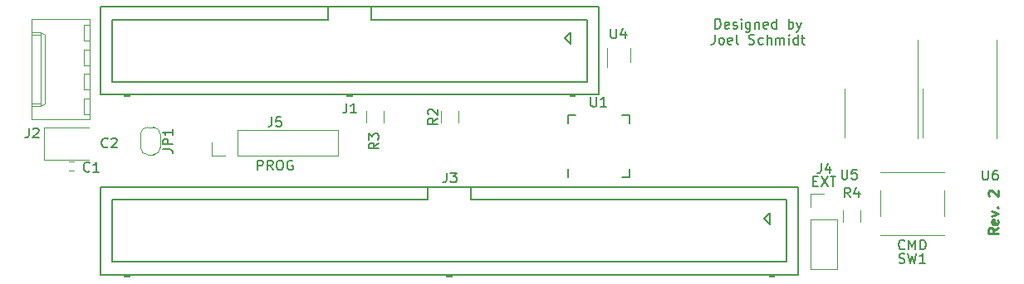
<source format=gbr>
G04 #@! TF.GenerationSoftware,KiCad,Pcbnew,(5.99.0-576-ga860ac506)*
G04 #@! TF.CreationDate,2021-04-05T12:44:30+02:00*
G04 #@! TF.ProjectId,50 pin to 34 pin Floppy Adapter,35302070-696e-4207-946f-203334207069,rev?*
G04 #@! TF.SameCoordinates,Original*
G04 #@! TF.FileFunction,Legend,Top*
G04 #@! TF.FilePolarity,Positive*
%FSLAX46Y46*%
G04 Gerber Fmt 4.6, Leading zero omitted, Abs format (unit mm)*
G04 Created by KiCad (PCBNEW (5.99.0-576-ga860ac506)) date 2021-04-05 12:44:30*
%MOMM*%
%LPD*%
G04 APERTURE LIST*
%ADD10C,0.250000*%
%ADD11C,0.150000*%
%ADD12C,0.120000*%
G04 APERTURE END LIST*
D10*
X119451380Y-43124238D02*
X118975190Y-43457571D01*
X119451380Y-43695666D02*
X118451380Y-43695666D01*
X118451380Y-43314714D01*
X118499000Y-43219476D01*
X118546619Y-43171857D01*
X118641857Y-43124238D01*
X118784714Y-43124238D01*
X118879952Y-43171857D01*
X118927571Y-43219476D01*
X118975190Y-43314714D01*
X118975190Y-43695666D01*
X119403761Y-42314714D02*
X119451380Y-42409952D01*
X119451380Y-42600428D01*
X119403761Y-42695666D01*
X119308523Y-42743285D01*
X118927571Y-42743285D01*
X118832333Y-42695666D01*
X118784714Y-42600428D01*
X118784714Y-42409952D01*
X118832333Y-42314714D01*
X118927571Y-42267095D01*
X119022809Y-42267095D01*
X119118047Y-42743285D01*
X118784714Y-41933761D02*
X119451380Y-41695666D01*
X118784714Y-41457571D01*
X119356142Y-41076619D02*
X119403761Y-41029000D01*
X119451380Y-41076619D01*
X119403761Y-41124238D01*
X119356142Y-41076619D01*
X119451380Y-41076619D01*
X118546619Y-39886142D02*
X118499000Y-39838523D01*
X118451380Y-39743285D01*
X118451380Y-39505190D01*
X118499000Y-39409952D01*
X118546619Y-39362333D01*
X118641857Y-39314714D01*
X118737095Y-39314714D01*
X118879952Y-39362333D01*
X119451380Y-39933761D01*
X119451380Y-39314714D01*
D11*
X90599166Y-22761380D02*
X90599166Y-21761380D01*
X90837261Y-21761380D01*
X90980119Y-21809000D01*
X91075357Y-21904238D01*
X91122976Y-21999476D01*
X91170595Y-22189952D01*
X91170595Y-22332809D01*
X91122976Y-22523285D01*
X91075357Y-22618523D01*
X90980119Y-22713761D01*
X90837261Y-22761380D01*
X90599166Y-22761380D01*
X91980119Y-22713761D02*
X91884880Y-22761380D01*
X91694404Y-22761380D01*
X91599166Y-22713761D01*
X91551547Y-22618523D01*
X91551547Y-22237571D01*
X91599166Y-22142333D01*
X91694404Y-22094714D01*
X91884880Y-22094714D01*
X91980119Y-22142333D01*
X92027738Y-22237571D01*
X92027738Y-22332809D01*
X91551547Y-22428047D01*
X92408690Y-22713761D02*
X92503928Y-22761380D01*
X92694404Y-22761380D01*
X92789642Y-22713761D01*
X92837261Y-22618523D01*
X92837261Y-22570904D01*
X92789642Y-22475666D01*
X92694404Y-22428047D01*
X92551547Y-22428047D01*
X92456309Y-22380428D01*
X92408690Y-22285190D01*
X92408690Y-22237571D01*
X92456309Y-22142333D01*
X92551547Y-22094714D01*
X92694404Y-22094714D01*
X92789642Y-22142333D01*
X93265833Y-22761380D02*
X93265833Y-22094714D01*
X93265833Y-21761380D02*
X93218214Y-21809000D01*
X93265833Y-21856619D01*
X93313452Y-21809000D01*
X93265833Y-21761380D01*
X93265833Y-21856619D01*
X94170595Y-22094714D02*
X94170595Y-22904238D01*
X94122976Y-22999476D01*
X94075357Y-23047095D01*
X93980119Y-23094714D01*
X93837261Y-23094714D01*
X93742023Y-23047095D01*
X94170595Y-22713761D02*
X94075357Y-22761380D01*
X93884880Y-22761380D01*
X93789642Y-22713761D01*
X93742023Y-22666142D01*
X93694404Y-22570904D01*
X93694404Y-22285190D01*
X93742023Y-22189952D01*
X93789642Y-22142333D01*
X93884880Y-22094714D01*
X94075357Y-22094714D01*
X94170595Y-22142333D01*
X94646785Y-22094714D02*
X94646785Y-22761380D01*
X94646785Y-22189952D02*
X94694404Y-22142333D01*
X94789642Y-22094714D01*
X94932500Y-22094714D01*
X95027738Y-22142333D01*
X95075357Y-22237571D01*
X95075357Y-22761380D01*
X95932500Y-22713761D02*
X95837261Y-22761380D01*
X95646785Y-22761380D01*
X95551547Y-22713761D01*
X95503928Y-22618523D01*
X95503928Y-22237571D01*
X95551547Y-22142333D01*
X95646785Y-22094714D01*
X95837261Y-22094714D01*
X95932500Y-22142333D01*
X95980119Y-22237571D01*
X95980119Y-22332809D01*
X95503928Y-22428047D01*
X96837261Y-22761380D02*
X96837261Y-21761380D01*
X96837261Y-22713761D02*
X96742023Y-22761380D01*
X96551547Y-22761380D01*
X96456309Y-22713761D01*
X96408690Y-22666142D01*
X96361071Y-22570904D01*
X96361071Y-22285190D01*
X96408690Y-22189952D01*
X96456309Y-22142333D01*
X96551547Y-22094714D01*
X96742023Y-22094714D01*
X96837261Y-22142333D01*
X98075357Y-22761380D02*
X98075357Y-21761380D01*
X98075357Y-22142333D02*
X98170595Y-22094714D01*
X98361071Y-22094714D01*
X98456309Y-22142333D01*
X98503928Y-22189952D01*
X98551547Y-22285190D01*
X98551547Y-22570904D01*
X98503928Y-22666142D01*
X98456309Y-22713761D01*
X98361071Y-22761380D01*
X98170595Y-22761380D01*
X98075357Y-22713761D01*
X98884880Y-22094714D02*
X99122976Y-22761380D01*
X99361071Y-22094714D02*
X99122976Y-22761380D01*
X99027738Y-22999476D01*
X98980119Y-23047095D01*
X98884880Y-23094714D01*
X90551547Y-23371380D02*
X90551547Y-24085666D01*
X90503928Y-24228523D01*
X90408690Y-24323761D01*
X90265833Y-24371380D01*
X90170595Y-24371380D01*
X91170595Y-24371380D02*
X91075357Y-24323761D01*
X91027738Y-24276142D01*
X90980119Y-24180904D01*
X90980119Y-23895190D01*
X91027738Y-23799952D01*
X91075357Y-23752333D01*
X91170595Y-23704714D01*
X91313452Y-23704714D01*
X91408690Y-23752333D01*
X91456309Y-23799952D01*
X91503928Y-23895190D01*
X91503928Y-24180904D01*
X91456309Y-24276142D01*
X91408690Y-24323761D01*
X91313452Y-24371380D01*
X91170595Y-24371380D01*
X92313452Y-24323761D02*
X92218214Y-24371380D01*
X92027738Y-24371380D01*
X91932500Y-24323761D01*
X91884880Y-24228523D01*
X91884880Y-23847571D01*
X91932500Y-23752333D01*
X92027738Y-23704714D01*
X92218214Y-23704714D01*
X92313452Y-23752333D01*
X92361071Y-23847571D01*
X92361071Y-23942809D01*
X91884880Y-24038047D01*
X92932500Y-24371380D02*
X92837261Y-24323761D01*
X92789642Y-24228523D01*
X92789642Y-23371380D01*
X94027738Y-24323761D02*
X94170595Y-24371380D01*
X94408690Y-24371380D01*
X94503928Y-24323761D01*
X94551547Y-24276142D01*
X94599166Y-24180904D01*
X94599166Y-24085666D01*
X94551547Y-23990428D01*
X94503928Y-23942809D01*
X94408690Y-23895190D01*
X94218214Y-23847571D01*
X94122976Y-23799952D01*
X94075357Y-23752333D01*
X94027738Y-23657095D01*
X94027738Y-23561857D01*
X94075357Y-23466619D01*
X94122976Y-23419000D01*
X94218214Y-23371380D01*
X94456309Y-23371380D01*
X94599166Y-23419000D01*
X95456309Y-24323761D02*
X95361071Y-24371380D01*
X95170595Y-24371380D01*
X95075357Y-24323761D01*
X95027738Y-24276142D01*
X94980119Y-24180904D01*
X94980119Y-23895190D01*
X95027738Y-23799952D01*
X95075357Y-23752333D01*
X95170595Y-23704714D01*
X95361071Y-23704714D01*
X95456309Y-23752333D01*
X95884880Y-24371380D02*
X95884880Y-23371380D01*
X96313452Y-24371380D02*
X96313452Y-23847571D01*
X96265833Y-23752333D01*
X96170595Y-23704714D01*
X96027738Y-23704714D01*
X95932500Y-23752333D01*
X95884880Y-23799952D01*
X96789642Y-24371380D02*
X96789642Y-23704714D01*
X96789642Y-23799952D02*
X96837261Y-23752333D01*
X96932500Y-23704714D01*
X97075357Y-23704714D01*
X97170595Y-23752333D01*
X97218214Y-23847571D01*
X97218214Y-24371380D01*
X97218214Y-23847571D02*
X97265833Y-23752333D01*
X97361071Y-23704714D01*
X97503928Y-23704714D01*
X97599166Y-23752333D01*
X97646785Y-23847571D01*
X97646785Y-24371380D01*
X98122976Y-24371380D02*
X98122976Y-23704714D01*
X98122976Y-23371380D02*
X98075357Y-23419000D01*
X98122976Y-23466619D01*
X98170595Y-23419000D01*
X98122976Y-23371380D01*
X98122976Y-23466619D01*
X99027738Y-24371380D02*
X99027738Y-23371380D01*
X99027738Y-24323761D02*
X98932500Y-24371380D01*
X98742023Y-24371380D01*
X98646785Y-24323761D01*
X98599166Y-24276142D01*
X98551547Y-24180904D01*
X98551547Y-23895190D01*
X98599166Y-23799952D01*
X98646785Y-23752333D01*
X98742023Y-23704714D01*
X98932500Y-23704714D01*
X99027738Y-23752333D01*
X99361071Y-23704714D02*
X99742023Y-23704714D01*
X99503928Y-23371380D02*
X99503928Y-24228523D01*
X99551547Y-24323761D01*
X99646785Y-24371380D01*
X99742023Y-24371380D01*
X43934285Y-37218880D02*
X43934285Y-36218880D01*
X44315238Y-36218880D01*
X44410476Y-36266500D01*
X44458095Y-36314119D01*
X44505714Y-36409357D01*
X44505714Y-36552214D01*
X44458095Y-36647452D01*
X44410476Y-36695071D01*
X44315238Y-36742690D01*
X43934285Y-36742690D01*
X45505714Y-37218880D02*
X45172380Y-36742690D01*
X44934285Y-37218880D02*
X44934285Y-36218880D01*
X45315238Y-36218880D01*
X45410476Y-36266500D01*
X45458095Y-36314119D01*
X45505714Y-36409357D01*
X45505714Y-36552214D01*
X45458095Y-36647452D01*
X45410476Y-36695071D01*
X45315238Y-36742690D01*
X44934285Y-36742690D01*
X46124761Y-36218880D02*
X46315238Y-36218880D01*
X46410476Y-36266500D01*
X46505714Y-36361738D01*
X46553333Y-36552214D01*
X46553333Y-36885547D01*
X46505714Y-37076023D01*
X46410476Y-37171261D01*
X46315238Y-37218880D01*
X46124761Y-37218880D01*
X46029523Y-37171261D01*
X45934285Y-37076023D01*
X45886666Y-36885547D01*
X45886666Y-36552214D01*
X45934285Y-36361738D01*
X46029523Y-36266500D01*
X46124761Y-36218880D01*
X47505714Y-36266500D02*
X47410476Y-36218880D01*
X47267619Y-36218880D01*
X47124761Y-36266500D01*
X47029523Y-36361738D01*
X46981904Y-36456976D01*
X46934285Y-36647452D01*
X46934285Y-36790309D01*
X46981904Y-36980785D01*
X47029523Y-37076023D01*
X47124761Y-37171261D01*
X47267619Y-37218880D01*
X47362857Y-37218880D01*
X47505714Y-37171261D01*
X47553333Y-37123642D01*
X47553333Y-36790309D01*
X47362857Y-36790309D01*
X100592071Y-38346071D02*
X100925404Y-38346071D01*
X101068261Y-38869880D02*
X100592071Y-38869880D01*
X100592071Y-37869880D01*
X101068261Y-37869880D01*
X101401595Y-37869880D02*
X102068261Y-38869880D01*
X102068261Y-37869880D02*
X101401595Y-38869880D01*
X102306357Y-37869880D02*
X102877785Y-37869880D01*
X102592071Y-38869880D02*
X102592071Y-37869880D01*
X109918595Y-45251642D02*
X109870976Y-45299261D01*
X109728119Y-45346880D01*
X109632880Y-45346880D01*
X109490023Y-45299261D01*
X109394785Y-45204023D01*
X109347166Y-45108785D01*
X109299547Y-44918309D01*
X109299547Y-44775452D01*
X109347166Y-44584976D01*
X109394785Y-44489738D01*
X109490023Y-44394500D01*
X109632880Y-44346880D01*
X109728119Y-44346880D01*
X109870976Y-44394500D01*
X109918595Y-44442119D01*
X110347166Y-45346880D02*
X110347166Y-44346880D01*
X110680500Y-45061166D01*
X111013833Y-44346880D01*
X111013833Y-45346880D01*
X111490023Y-45346880D02*
X111490023Y-44346880D01*
X111728119Y-44346880D01*
X111870976Y-44394500D01*
X111966214Y-44489738D01*
X112013833Y-44584976D01*
X112061452Y-44775452D01*
X112061452Y-44918309D01*
X112013833Y-45108785D01*
X111966214Y-45204023D01*
X111870976Y-45299261D01*
X111728119Y-45346880D01*
X111490023Y-45346880D01*
D12*
X26236000Y-31480500D02*
X26856000Y-31480500D01*
X26236000Y-29880500D02*
X26236000Y-31480500D01*
X26856000Y-29880500D02*
X26236000Y-29880500D01*
X26236000Y-28980500D02*
X26856000Y-28980500D01*
X26236000Y-27380500D02*
X26236000Y-28980500D01*
X26856000Y-27380500D02*
X26236000Y-27380500D01*
X26236000Y-26480500D02*
X26856000Y-26480500D01*
X26236000Y-24880500D02*
X26236000Y-26480500D01*
X26856000Y-24880500D02*
X26236000Y-24880500D01*
X26236000Y-23980500D02*
X26856000Y-23980500D01*
X26236000Y-22380500D02*
X26236000Y-23980500D01*
X26856000Y-22380500D02*
X26236000Y-22380500D01*
X20856000Y-30420500D02*
X21856000Y-30420500D01*
X20856000Y-23420500D02*
X21856000Y-23420500D01*
X22286000Y-30420500D02*
X21856000Y-30670500D01*
X22286000Y-23420500D02*
X22286000Y-30420500D01*
X21856000Y-23170500D02*
X22286000Y-23420500D01*
X21856000Y-30670500D02*
X20856000Y-30670500D01*
X21856000Y-23170500D02*
X21856000Y-30670500D01*
X20856000Y-23170500D02*
X21856000Y-23170500D01*
X20856000Y-21800500D02*
X20856000Y-32040500D01*
X26856000Y-21800500D02*
X20856000Y-21800500D01*
X26856000Y-32040500D02*
X26856000Y-21800500D01*
X20856000Y-32040500D02*
X26856000Y-32040500D01*
X34020000Y-33541500D02*
X34020000Y-34941500D01*
X33320000Y-35641500D02*
X32720000Y-35641500D01*
X32020000Y-34941500D02*
X32020000Y-33541500D01*
X32720000Y-32841500D02*
X33320000Y-32841500D01*
X33320000Y-32841500D02*
G75*
G02*
X34020000Y-33541500I0J-700000D01*
G01*
X32020000Y-33541500D02*
G75*
G02*
X32720000Y-32841500I700000J0D01*
G01*
X32720000Y-35641500D02*
G75*
G02*
X32020000Y-34941500I0J700000D01*
G01*
X34020000Y-34941500D02*
G75*
G02*
X33320000Y-35641500I-700000J0D01*
G01*
X64380000Y-31152500D02*
X64380000Y-32352500D01*
X62620000Y-32352500D02*
X62620000Y-31152500D01*
X79612000Y-24763500D02*
X79612000Y-26663500D01*
X81932000Y-26163500D02*
X81932000Y-24763500D01*
D11*
X95580000Y-42164000D02*
X96180000Y-41564000D01*
X96180000Y-42764000D02*
X95580000Y-42164000D01*
X96180000Y-41564000D02*
X96180000Y-42764000D01*
X96630000Y-48004000D02*
X96130000Y-48004000D01*
X96130000Y-48104000D02*
X96130000Y-47904000D01*
X96630000Y-48104000D02*
X96130000Y-48104000D01*
X96630000Y-47904000D02*
X96630000Y-48104000D01*
X30870000Y-48004000D02*
X30370000Y-48004000D01*
X30370000Y-48104000D02*
X30370000Y-47904000D01*
X30870000Y-48104000D02*
X30370000Y-48104000D01*
X30870000Y-47904000D02*
X30870000Y-48104000D01*
X63750000Y-48004000D02*
X63250000Y-48004000D01*
X63250000Y-48104000D02*
X63250000Y-47904000D01*
X63750000Y-48104000D02*
X63250000Y-48104000D01*
X63750000Y-47904000D02*
X63750000Y-48104000D01*
X61275000Y-40264000D02*
X61275000Y-38964000D01*
X29150000Y-40264000D02*
X61275000Y-40264000D01*
X29150000Y-46604000D02*
X29150000Y-40264000D01*
X97850000Y-46604000D02*
X29150000Y-46604000D01*
X97850000Y-40264000D02*
X97850000Y-46604000D01*
X65725000Y-40264000D02*
X97850000Y-40264000D01*
X65725000Y-38964000D02*
X65725000Y-40264000D01*
X27950000Y-38964000D02*
X99050000Y-38964000D01*
X27950000Y-47904000D02*
X27950000Y-38964000D01*
X99050000Y-47904000D02*
X27950000Y-47904000D01*
X99050000Y-38964000D02*
X99050000Y-47904000D01*
D12*
X22155500Y-32830500D02*
X26705500Y-32830500D01*
X22155500Y-36130500D02*
X26705500Y-36130500D01*
X22155500Y-32830500D02*
X22155500Y-36130500D01*
X25205500Y-36360000D02*
X24705500Y-36360000D01*
X24705500Y-37300000D02*
X25205500Y-37300000D01*
X52130000Y-35747000D02*
X52130000Y-33087000D01*
X41910000Y-35747000D02*
X52130000Y-35747000D01*
X41910000Y-33087000D02*
X52130000Y-33087000D01*
X41910000Y-35747000D02*
X41910000Y-33087000D01*
X40640000Y-35747000D02*
X39310000Y-35747000D01*
X39310000Y-35747000D02*
X39310000Y-34417000D01*
X56760000Y-31147500D02*
X56760000Y-32347500D01*
X55000000Y-32347500D02*
X55000000Y-31147500D01*
X105401000Y-41310000D02*
X105401000Y-42510000D01*
X103641000Y-42510000D02*
X103641000Y-41310000D01*
X119260000Y-23869500D02*
X119260000Y-33989500D01*
X111770000Y-33919500D02*
X111770000Y-28919500D01*
X111259000Y-23869500D02*
X111259000Y-33989500D01*
X103769000Y-33919500D02*
X103769000Y-28919500D01*
X113910500Y-37410000D02*
X107450500Y-37410000D01*
X113910500Y-41940000D02*
X113910500Y-39340000D01*
X113910500Y-43870000D02*
X107450500Y-43870000D01*
X107450500Y-41940000D02*
X107450500Y-39340000D01*
X113910500Y-43840000D02*
X113910500Y-43870000D01*
X113910500Y-37410000D02*
X113910500Y-37440000D01*
X107450500Y-37410000D02*
X107450500Y-37440000D01*
X107450500Y-43870000D02*
X107450500Y-43840000D01*
D11*
X75566750Y-31624750D02*
X75566750Y-32414750D01*
X81866750Y-31624750D02*
X81866750Y-32414750D01*
X81866750Y-37924750D02*
X81866750Y-37134750D01*
X75566750Y-37924750D02*
X75566750Y-37134750D01*
X81866750Y-31624750D02*
X81076750Y-31624750D01*
X81866750Y-37924750D02*
X81076750Y-37924750D01*
X75566750Y-31624750D02*
X76356750Y-31624750D01*
X75260000Y-23750000D02*
X75860000Y-23150000D01*
X75860000Y-24350000D02*
X75260000Y-23750000D01*
X75860000Y-23150000D02*
X75860000Y-24350000D01*
X76310000Y-29590000D02*
X75810000Y-29590000D01*
X75810000Y-29690000D02*
X75810000Y-29490000D01*
X76310000Y-29690000D02*
X75810000Y-29690000D01*
X76310000Y-29490000D02*
X76310000Y-29690000D01*
X30870000Y-29590000D02*
X30370000Y-29590000D01*
X30370000Y-29690000D02*
X30370000Y-29490000D01*
X30870000Y-29690000D02*
X30370000Y-29690000D01*
X30870000Y-29490000D02*
X30870000Y-29690000D01*
X53590000Y-29590000D02*
X53090000Y-29590000D01*
X53090000Y-29690000D02*
X53090000Y-29490000D01*
X53590000Y-29690000D02*
X53090000Y-29690000D01*
X53590000Y-29490000D02*
X53590000Y-29690000D01*
X51115000Y-21850000D02*
X51115000Y-20550000D01*
X29150000Y-21850000D02*
X51115000Y-21850000D01*
X29150000Y-28190000D02*
X29150000Y-21850000D01*
X77530000Y-28190000D02*
X29150000Y-28190000D01*
X77530000Y-21850000D02*
X77530000Y-28190000D01*
X55565000Y-21850000D02*
X77530000Y-21850000D01*
X55565000Y-20550000D02*
X55565000Y-21850000D01*
X27950000Y-20550000D02*
X78730000Y-20550000D01*
X27950000Y-29490000D02*
X27950000Y-20550000D01*
X78730000Y-29490000D02*
X27950000Y-29490000D01*
X78730000Y-20550000D02*
X78730000Y-29490000D01*
D12*
X100333500Y-47367500D02*
X102993500Y-47367500D01*
X100333500Y-42227500D02*
X100333500Y-47367500D01*
X102993500Y-42227500D02*
X102993500Y-47367500D01*
X100333500Y-42227500D02*
X102993500Y-42227500D01*
X100333500Y-40957500D02*
X100333500Y-39627500D01*
X100333500Y-39627500D02*
X101663500Y-39627500D01*
D11*
X20621666Y-32916880D02*
X20621666Y-33631166D01*
X20574047Y-33774023D01*
X20478809Y-33869261D01*
X20335952Y-33916880D01*
X20240714Y-33916880D01*
X21050238Y-33012119D02*
X21097857Y-32964500D01*
X21193095Y-32916880D01*
X21431190Y-32916880D01*
X21526428Y-32964500D01*
X21574047Y-33012119D01*
X21621666Y-33107357D01*
X21621666Y-33202595D01*
X21574047Y-33345452D01*
X21002619Y-33916880D01*
X21621666Y-33916880D01*
X34272380Y-35074833D02*
X34986666Y-35074833D01*
X35129523Y-35122452D01*
X35224761Y-35217690D01*
X35272380Y-35360547D01*
X35272380Y-35455785D01*
X35272380Y-34598642D02*
X34272380Y-34598642D01*
X34272380Y-34217690D01*
X34320000Y-34122452D01*
X34367619Y-34074833D01*
X34462857Y-34027214D01*
X34605714Y-34027214D01*
X34700952Y-34074833D01*
X34748571Y-34122452D01*
X34796190Y-34217690D01*
X34796190Y-34598642D01*
X35272380Y-33074833D02*
X35272380Y-33646261D01*
X35272380Y-33360547D02*
X34272380Y-33360547D01*
X34415238Y-33455785D01*
X34510476Y-33551023D01*
X34558095Y-33646261D01*
X62302380Y-31919166D02*
X61826190Y-32252500D01*
X62302380Y-32490595D02*
X61302380Y-32490595D01*
X61302380Y-32109642D01*
X61350000Y-32014404D01*
X61397619Y-31966785D01*
X61492857Y-31919166D01*
X61635714Y-31919166D01*
X61730952Y-31966785D01*
X61778571Y-32014404D01*
X61826190Y-32109642D01*
X61826190Y-32490595D01*
X61397619Y-31538214D02*
X61350000Y-31490595D01*
X61302380Y-31395357D01*
X61302380Y-31157261D01*
X61350000Y-31062023D01*
X61397619Y-31014404D01*
X61492857Y-30966785D01*
X61588095Y-30966785D01*
X61730952Y-31014404D01*
X62302380Y-31585833D01*
X62302380Y-30966785D01*
X79946595Y-22756880D02*
X79946595Y-23566404D01*
X79994214Y-23661642D01*
X80041833Y-23709261D01*
X80137071Y-23756880D01*
X80327547Y-23756880D01*
X80422785Y-23709261D01*
X80470404Y-23661642D01*
X80518023Y-23566404D01*
X80518023Y-22756880D01*
X81422785Y-23090214D02*
X81422785Y-23756880D01*
X81184690Y-22709261D02*
X80946595Y-23423547D01*
X81565642Y-23423547D01*
X63230166Y-37488880D02*
X63230166Y-38203166D01*
X63182547Y-38346023D01*
X63087309Y-38441261D01*
X62944452Y-38488880D01*
X62849214Y-38488880D01*
X63611119Y-37488880D02*
X64230166Y-37488880D01*
X63896833Y-37869833D01*
X64039690Y-37869833D01*
X64134928Y-37917452D01*
X64182547Y-37965071D01*
X64230166Y-38060309D01*
X64230166Y-38298404D01*
X64182547Y-38393642D01*
X64134928Y-38441261D01*
X64039690Y-38488880D01*
X63753976Y-38488880D01*
X63658738Y-38441261D01*
X63611119Y-38393642D01*
X28662333Y-34837642D02*
X28614714Y-34885261D01*
X28471857Y-34932880D01*
X28376619Y-34932880D01*
X28233761Y-34885261D01*
X28138523Y-34790023D01*
X28090904Y-34694785D01*
X28043285Y-34504309D01*
X28043285Y-34361452D01*
X28090904Y-34170976D01*
X28138523Y-34075738D01*
X28233761Y-33980500D01*
X28376619Y-33932880D01*
X28471857Y-33932880D01*
X28614714Y-33980500D01*
X28662333Y-34028119D01*
X29043285Y-34028119D02*
X29090904Y-33980500D01*
X29186142Y-33932880D01*
X29424238Y-33932880D01*
X29519476Y-33980500D01*
X29567095Y-34028119D01*
X29614714Y-34123357D01*
X29614714Y-34218595D01*
X29567095Y-34361452D01*
X28995666Y-34932880D01*
X29614714Y-34932880D01*
X26820833Y-37314142D02*
X26773214Y-37361761D01*
X26630357Y-37409380D01*
X26535119Y-37409380D01*
X26392261Y-37361761D01*
X26297023Y-37266523D01*
X26249404Y-37171285D01*
X26201785Y-36980809D01*
X26201785Y-36837952D01*
X26249404Y-36647476D01*
X26297023Y-36552238D01*
X26392261Y-36457000D01*
X26535119Y-36409380D01*
X26630357Y-36409380D01*
X26773214Y-36457000D01*
X26820833Y-36504619D01*
X27773214Y-37409380D02*
X27201785Y-37409380D01*
X27487500Y-37409380D02*
X27487500Y-36409380D01*
X27392261Y-36552238D01*
X27297023Y-36647476D01*
X27201785Y-36695095D01*
X45386666Y-31773880D02*
X45386666Y-32488166D01*
X45339047Y-32631023D01*
X45243809Y-32726261D01*
X45100952Y-32773880D01*
X45005714Y-32773880D01*
X46339047Y-31773880D02*
X45862857Y-31773880D01*
X45815238Y-32250071D01*
X45862857Y-32202452D01*
X45958095Y-32154833D01*
X46196190Y-32154833D01*
X46291428Y-32202452D01*
X46339047Y-32250071D01*
X46386666Y-32345309D01*
X46386666Y-32583404D01*
X46339047Y-32678642D01*
X46291428Y-32726261D01*
X46196190Y-32773880D01*
X45958095Y-32773880D01*
X45862857Y-32726261D01*
X45815238Y-32678642D01*
X56268880Y-34454166D02*
X55792690Y-34787500D01*
X56268880Y-35025595D02*
X55268880Y-35025595D01*
X55268880Y-34644642D01*
X55316500Y-34549404D01*
X55364119Y-34501785D01*
X55459357Y-34454166D01*
X55602214Y-34454166D01*
X55697452Y-34501785D01*
X55745071Y-34549404D01*
X55792690Y-34644642D01*
X55792690Y-35025595D01*
X55268880Y-34120833D02*
X55268880Y-33501785D01*
X55649833Y-33835119D01*
X55649833Y-33692261D01*
X55697452Y-33597023D01*
X55745071Y-33549404D01*
X55840309Y-33501785D01*
X56078404Y-33501785D01*
X56173642Y-33549404D01*
X56221261Y-33597023D01*
X56268880Y-33692261D01*
X56268880Y-33977976D01*
X56221261Y-34073214D01*
X56173642Y-34120833D01*
X104354333Y-40015380D02*
X104021000Y-39539190D01*
X103782904Y-40015380D02*
X103782904Y-39015380D01*
X104163857Y-39015380D01*
X104259095Y-39063000D01*
X104306714Y-39110619D01*
X104354333Y-39205857D01*
X104354333Y-39348714D01*
X104306714Y-39443952D01*
X104259095Y-39491571D01*
X104163857Y-39539190D01*
X103782904Y-39539190D01*
X105211476Y-39348714D02*
X105211476Y-40015380D01*
X104973380Y-38967761D02*
X104735285Y-39682047D01*
X105354333Y-39682047D01*
X117856095Y-37234880D02*
X117856095Y-38044404D01*
X117903714Y-38139642D01*
X117951333Y-38187261D01*
X118046571Y-38234880D01*
X118237047Y-38234880D01*
X118332285Y-38187261D01*
X118379904Y-38139642D01*
X118427523Y-38044404D01*
X118427523Y-37234880D01*
X119332285Y-37234880D02*
X119141809Y-37234880D01*
X119046571Y-37282500D01*
X118998952Y-37330119D01*
X118903714Y-37472976D01*
X118856095Y-37663452D01*
X118856095Y-38044404D01*
X118903714Y-38139642D01*
X118951333Y-38187261D01*
X119046571Y-38234880D01*
X119237047Y-38234880D01*
X119332285Y-38187261D01*
X119379904Y-38139642D01*
X119427523Y-38044404D01*
X119427523Y-37806309D01*
X119379904Y-37711071D01*
X119332285Y-37663452D01*
X119237047Y-37615833D01*
X119046571Y-37615833D01*
X118951333Y-37663452D01*
X118903714Y-37711071D01*
X118856095Y-37806309D01*
X103505095Y-37171380D02*
X103505095Y-37980904D01*
X103552714Y-38076142D01*
X103600333Y-38123761D01*
X103695571Y-38171380D01*
X103886047Y-38171380D01*
X103981285Y-38123761D01*
X104028904Y-38076142D01*
X104076523Y-37980904D01*
X104076523Y-37171380D01*
X105028904Y-37171380D02*
X104552714Y-37171380D01*
X104505095Y-37647571D01*
X104552714Y-37599952D01*
X104647952Y-37552333D01*
X104886047Y-37552333D01*
X104981285Y-37599952D01*
X105028904Y-37647571D01*
X105076523Y-37742809D01*
X105076523Y-37980904D01*
X105028904Y-38076142D01*
X104981285Y-38123761D01*
X104886047Y-38171380D01*
X104647952Y-38171380D01*
X104552714Y-38123761D01*
X104505095Y-38076142D01*
X109347166Y-46696261D02*
X109490023Y-46743880D01*
X109728119Y-46743880D01*
X109823357Y-46696261D01*
X109870976Y-46648642D01*
X109918595Y-46553404D01*
X109918595Y-46458166D01*
X109870976Y-46362928D01*
X109823357Y-46315309D01*
X109728119Y-46267690D01*
X109537642Y-46220071D01*
X109442404Y-46172452D01*
X109394785Y-46124833D01*
X109347166Y-46029595D01*
X109347166Y-45934357D01*
X109394785Y-45839119D01*
X109442404Y-45791500D01*
X109537642Y-45743880D01*
X109775738Y-45743880D01*
X109918595Y-45791500D01*
X110251928Y-45743880D02*
X110490023Y-46743880D01*
X110680500Y-46029595D01*
X110870976Y-46743880D01*
X111109071Y-45743880D01*
X112013833Y-46743880D02*
X111442404Y-46743880D01*
X111728119Y-46743880D02*
X111728119Y-45743880D01*
X111632880Y-45886738D01*
X111537642Y-45981976D01*
X111442404Y-46029595D01*
X77914595Y-29741880D02*
X77914595Y-30551404D01*
X77962214Y-30646642D01*
X78009833Y-30694261D01*
X78105071Y-30741880D01*
X78295547Y-30741880D01*
X78390785Y-30694261D01*
X78438404Y-30646642D01*
X78486023Y-30551404D01*
X78486023Y-29741880D01*
X79486023Y-30741880D02*
X78914595Y-30741880D01*
X79200309Y-30741880D02*
X79200309Y-29741880D01*
X79105071Y-29884738D01*
X79009833Y-29979976D01*
X78914595Y-30027595D01*
X53006666Y-30376880D02*
X53006666Y-31091166D01*
X52959047Y-31234023D01*
X52863809Y-31329261D01*
X52720952Y-31376880D01*
X52625714Y-31376880D01*
X54006666Y-31376880D02*
X53435238Y-31376880D01*
X53720952Y-31376880D02*
X53720952Y-30376880D01*
X53625714Y-30519738D01*
X53530476Y-30614976D01*
X53435238Y-30662595D01*
X101393666Y-36536380D02*
X101393666Y-37250666D01*
X101346047Y-37393523D01*
X101250809Y-37488761D01*
X101107952Y-37536380D01*
X101012714Y-37536380D01*
X102298428Y-36869714D02*
X102298428Y-37536380D01*
X102060333Y-36488761D02*
X101822238Y-37203047D01*
X102441285Y-37203047D01*
M02*

</source>
